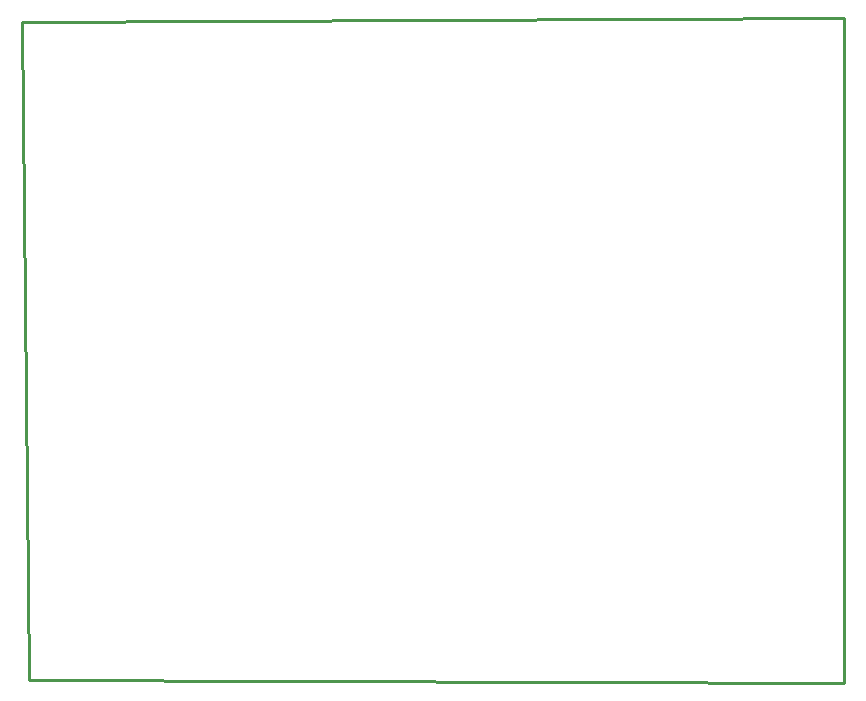
<source format=gko>
G04 Layer: BoardOutlineLayer*
G04 EasyEDA v6.5.22, 2023-01-09 20:04:38*
G04 76fc7cb04a654140b8b759559db01802,79e341a08f52490f8cd84a0f7bb9d38b,10*
G04 Gerber Generator version 0.2*
G04 Scale: 100 percent, Rotated: No, Reflected: No *
G04 Dimensions in millimeters *
G04 leading zeros omitted , absolute positions ,4 integer and 5 decimal *
%FSLAX45Y45*%
%MOMM*%

%ADD10C,0.2540*%
D10*
X700023Y6499860D02*
G01*
X7658100Y6527800D01*
X7658100Y901700D01*
X762000Y927100D01*
X700023Y6499860D01*

%LPD*%
M02*

</source>
